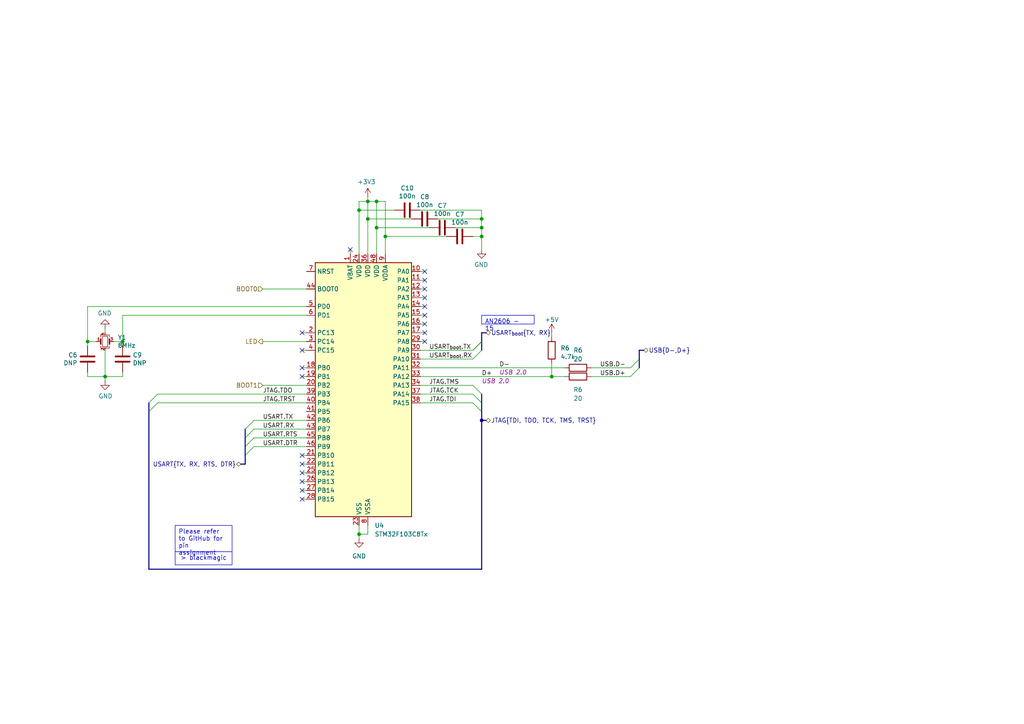
<source format=kicad_sch>
(kicad_sch (version 20230121) (generator eeschema)
  (paper "A4")
  (lib_symbols
    (symbol "Device:C" (pin_numbers hide) (pin_names (offset 0.254))
      (property "Reference" "C" (at 0.635 2.54 0))
      (property "Value" "C" (at 0.635 -2.54 0))
      (symbol "C_0_1"
        (polyline (pts (xy -2.032 -0.762) (xy 2.032 -0.762)) (stroke (width 0.508)))
        (polyline (pts (xy -2.032 0.762) (xy 2.032 0.762)) (stroke (width 0.508)))
      )
      (symbol "C_1_1"
        (pin passive line (at 0 3.81 270) (length 2.794) (name "~") (number "1"))
        (pin passive line (at 0 -3.81 90) (length 2.794) (name "~") (number "2"))
      )
    )
    (symbol "Device:Crystal_GND24_Small" (pin_names (offset 1.016) hide)
      (property "Reference" "Y" (at 1.27 4.445 0))
      (property "Value" "Crystal_GND24_Small" (at 1.27 2.54 0))
      (symbol "Crystal_GND24_Small_0_1"
        (rectangle (start -0.762 -1.524) (end 0.762 1.524))
        (polyline (pts (xy -1.27 -0.762) (xy -1.27 0.762)) (stroke (width 0.381)))
        (polyline (pts (xy 1.27 -0.762) (xy 1.27 0.762)) (stroke (width 0.381)))
        (polyline (pts (xy -1.27 -1.27) (xy -1.27 -1.905) (xy 1.27 -1.905) (xy 1.27 -1.27)))
        (polyline (pts (xy -1.27 1.27) (xy -1.27 1.905) (xy 1.27 1.905) (xy 1.27 1.27)))
      )
      (symbol "Crystal_GND24_Small_1_1"
        (pin passive line (at -2.54 0 0) (length 1.27) (name "1") (number "1"))
        (pin passive line (at 0 -2.54 90) (length 0.635) (name "2") (number "2"))
        (pin passive line (at 2.54 0 180) (length 1.27) (name "3") (number "3"))
        (pin passive line (at 0 2.54 270) (length 0.635) (name "4") (number "4"))
      )
    )
    (symbol "Device:R" (pin_numbers hide) (pin_names (offset 0))
      (property "Reference" "R" (at 2.032 0 90))
      (property "Value" "R" (at 0 0 90))
      (symbol "R_0_1"
        (rectangle (start -1.016 -2.54) (end 1.016 2.54) (stroke (width 0.254)))
      )
      (symbol "R_1_1"
        (pin passive line (at 0 3.81 270) (length 1.27) (name "~") (number "1"))
        (pin passive line (at 0 -3.81 90) (length 1.27) (name "~") (number "2"))
      )
    )
    (symbol "GND_1" (power) (pin_names (offset 0))
      (property "Value" "GND_1" (at 0 -3.81 0))
      (symbol "GND_1_0_1"
        (polyline (pts (xy 0 0) (xy 0 -1.27) (xy 1.27 -1.27) (xy 0 -2.54) (xy -1.27 -1.27) (xy 0 -1.27)))
      )
      (symbol "GND_1_1_1"
        (pin power_in line (at 0 0 270) (length 0) hide (name "GND") (number "1"))
      )
    )
    (symbol "MCU_ST_STM32F1:STM32F103C8Tx"
      (property "Reference" "U" (at -12.7 39.37 0))
      (property "Value" "STM32F103C8Tx" (at 10.16 39.37 0))
      (symbol "STM32F103C8Tx_0_1"
        (rectangle (start -12.7 -35.56) (end 15.24 38.1) (stroke (width 0.254)) (fill (type background)))
      )
      (symbol "STM32F103C8Tx_1_1"
        (pin power_in line (at -2.54 40.64 270) (length 2.54) (name "VBAT") (number "1"))
        (pin bidirectional line (at 17.78 35.56 180) (length 2.54) (name "PA0") (number "10"))
        (pin bidirectional line (at 17.78 33.02 180) (length 2.54) (name "PA1") (number "11"))
        (pin bidirectional line (at 17.78 30.48 180) (length 2.54) (name "PA2") (number "12"))
        (pin bidirectional line (at 17.78 27.94 180) (length 2.54) (name "PA3") (number "13"))
        (pin bidirectional line (at 17.78 25.4 180) (length 2.54) (name "PA4") (number "14"))
        (pin bidirectional line (at 17.78 22.86 180) (length 2.54) (name "PA5") (number "15"))
        (pin bidirectional line (at 17.78 20.32 180) (length 2.54) (name "PA6") (number "16"))
        (pin bidirectional line (at 17.78 17.78 180) (length 2.54) (name "PA7") (number "17"))
        (pin bidirectional line (at -15.24 7.62 0) (length 2.54) (name "PB0") (number "18"))
        (pin bidirectional line (at -15.24 5.08 0) (length 2.54) (name "PB1") (number "19"))
        (pin bidirectional line (at -15.24 17.78 0) (length 2.54) (name "PC13") (number "2"))
        (pin bidirectional line (at -15.24 2.54 0) (length 2.54) (name "PB2") (number "20"))
        (pin bidirectional line (at -15.24 -17.78 0) (length 2.54) (name "PB10") (number "21"))
        (pin bidirectional line (at -15.24 -20.32 0) (length 2.54) (name "PB11") (number "22"))
        (pin power_in line (at 0 -38.1 90) (length 2.54) (name "VSS") (number "23"))
        (pin power_in line (at 0 40.64 270) (length 2.54) (name "VDD") (number "24"))
        (pin bidirectional line (at -15.24 -22.86 0) (length 2.54) (name "PB12") (number "25"))
        (pin bidirectional line (at -15.24 -25.4 0) (length 2.54) (name "PB13") (number "26"))
        (pin bidirectional line (at -15.24 -27.94 0) (length 2.54) (name "PB14") (number "27"))
        (pin bidirectional line (at -15.24 -30.48 0) (length 2.54) (name "PB15") (number "28"))
        (pin bidirectional line (at 17.78 15.24 180) (length 2.54) (name "PA8") (number "29"))
        (pin bidirectional line (at -15.24 15.24 0) (length 2.54) (name "PC14") (number "3"))
        (pin bidirectional line (at 17.78 12.7 180) (length 2.54) (name "PA9") (number "30"))
        (pin bidirectional line (at 17.78 10.16 180) (length 2.54) (name "PA10") (number "31"))
        (pin bidirectional line (at 17.78 7.62 180) (length 2.54) (name "PA11") (number "32"))
        (pin bidirectional line (at 17.78 5.08 180) (length 2.54) (name "PA12") (number "33"))
        (pin bidirectional line (at 17.78 2.54 180) (length 2.54) (name "PA13") (number "34"))
        (pin passive line (at 0 -38.1 90) (length 2.54) hide (name "VSS") (number "35"))
        (pin power_in line (at 2.54 40.64 270) (length 2.54) (name "VDD") (number "36"))
        (pin bidirectional line (at 17.78 0 180) (length 2.54) (name "PA14") (number "37"))
        (pin bidirectional line (at 17.78 -2.54 180) (length 2.54) (name "PA15") (number "38"))
        (pin bidirectional line (at -15.24 0 0) (length 2.54) (name "PB3") (number "39"))
        (pin bidirectional line (at -15.24 12.7 0) (length 2.54) (name "PC15") (number "4"))
        (pin bidirectional line (at -15.24 -2.54 0) (length 2.54) (name "PB4") (number "40"))
        (pin bidirectional line (at -15.24 -5.08 0) (length 2.54) (name "PB5") (number "41"))
        (pin bidirectional line (at -15.24 -7.62 0) (length 2.54) (name "PB6") (number "42"))
        (pin bidirectional line (at -15.24 -10.16 0) (length 2.54) (name "PB7") (number "43"))
        (pin input line (at -15.24 30.48 0) (length 2.54) (name "BOOT0") (number "44"))
        (pin bidirectional line (at -15.24 -12.7 0) (length 2.54) (name "PB8") (number "45"))
        (pin bidirectional line (at -15.24 -15.24 0) (length 2.54) (name "PB9") (number "46"))
        (pin passive line (at 0 -38.1 90) (length 2.54) hide (name "VSS") (number "47"))
        (pin power_in line (at 5.08 40.64 270) (length 2.54) (name "VDD") (number "48"))
        (pin bidirectional line (at -15.24 25.4 0) (length 2.54) (name "PD0") (number "5"))
        (pin bidirectional line (at -15.24 22.86 0) (length 2.54) (name "PD1") (number "6"))
        (pin input line (at -15.24 35.56 0) (length 2.54) (name "NRST") (number "7"))
        (pin power_in line (at 2.54 -38.1 90) (length 2.54) (name "VSSA") (number "8"))
        (pin power_in line (at 7.62 40.64 270) (length 2.54) (name "VDDA") (number "9"))
      )
    )
    (symbol "power:+3V3" (power) (pin_names (offset 0))
      (property "Value" "+3V3" (at 0 3.556 0))
      (symbol "+3V3_0_1"
        (polyline (pts (xy -0.762 1.27) (xy 0 2.54)))
        (polyline (pts (xy 0 0) (xy 0 2.54)))
        (polyline (pts (xy 0 2.54) (xy 0.762 1.27)))
      )
      (symbol "+3V3_1_1"
        (pin power_in line (at 0 0 90) (length 0) hide (name "+3V3") (number "1"))
      )
    )
    (symbol "power:+5V" (power) (pin_names (offset 0))
      (property "Value" "+5V" (at 0 3.556 0))
      (symbol "+5V_0_1"
        (polyline (pts (xy -0.762 1.27) (xy 0 2.54)))
        (polyline (pts (xy 0 0) (xy 0 2.54)))
        (polyline (pts (xy 0 2.54) (xy 0.762 1.27)))
      )
      (symbol "+5V_1_1"
        (pin power_in line (at 0 0 90) (length 0) hide (name "+5V") (number "1"))
      )
    )
    (symbol "power:GND" (power) (pin_names (offset 0))
      (property "Value" "GND" (at 0 -3.81 0))
      (symbol "GND_0_1"
        (polyline (pts (xy 0 0) (xy 0 -1.27) (xy 1.27 -1.27) (xy 0 -2.54) (xy -1.27 -1.27) (xy 0 -1.27)))
      )
      (symbol "GND_1_1"
        (pin power_in line (at 0 0 270) (length 0) hide (name "GND") (number "1"))
      )
    )
  )
  (junction (at 109.22 66.04))
  (junction (at 160.02 109.22))
  (junction (at 139.7 121.92))
  (junction (at 106.68 63.5))
  (junction (at 104.14 60.96))
  (junction (at 104.14 154.94))
  (junction (at 111.76 68.58))
  (junction (at 30.48 109.22))
  (junction (at 139.7 68.58))
  (junction (at 25.4 99.06))
  (junction (at 106.68 58.42))
  (junction (at 139.7 63.5))
  (junction (at 35.56 99.06))
  (junction (at 109.22 58.42))
  (junction (at 139.7 66.04))
  (no_connect (at 123.19 93.98))
  (no_connect (at 87.63 137.16))
  (no_connect (at 123.19 78.74))
  (no_connect (at 123.19 91.44))
  (no_connect (at 87.63 101.6))
  (no_connect (at 123.19 86.36))
  (no_connect (at 123.19 99.06))
  (no_connect (at 123.19 88.9))
  (no_connect (at 123.19 81.28))
  (no_connect (at 123.19 83.82))
  (no_connect (at 123.19 96.52))
  (no_connect (at 87.63 139.7))
  (no_connect (at 87.63 142.24))
  (no_connect (at 101.6 72.39))
  (no_connect (at 87.63 144.78))
  (no_connect (at 87.63 106.68))
  (no_connect (at 87.63 134.62))
  (no_connect (at 87.63 96.52))
  (no_connect (at 87.63 132.08))
  (no_connect (at 87.63 109.22))
  (bus_entry (at 139.7 99.06) (size -2.54 2.54))
  (bus_entry (at 71.12 132.08) (size 2.54 -2.54))
  (bus_entry (at 185.42 104.14) (size -2.54 2.54))
  (bus_entry (at 43.18 116.84) (size 2.54 -2.54))
  (bus_entry (at 185.42 106.68) (size -2.54 2.54))
  (bus_entry (at 139.7 99.06) (size -2.54 2.54))
  (bus_entry (at 139.7 101.6) (size -2.54 2.54))
  (bus_entry (at 71.12 124.46) (size 2.54 -2.54))
  (bus_entry (at 71.12 129.54) (size 2.54 -2.54))
  (bus_entry (at 43.18 119.38) (size 2.54 -2.54))
  (bus_entry (at 71.12 127) (size 2.54 -2.54))
  (bus_entry (at 139.7 114.3) (size -2.54 -2.54))
  (bus_entry (at 139.7 116.84) (size -2.54 -2.54))
  (bus_entry (at 139.7 119.38) (size -2.54 -2.54))
  (wire (pts (xy 35.56 99.06) (xy 35.56 100.33)))
  (wire (pts (xy 25.4 107.95) (xy 25.4 109.22)))
  (wire (pts (xy 73.66 124.46) (xy 88.9 124.46)))
  (wire (pts (xy 73.66 127) (xy 88.9 127)))
  (wire (pts (xy 121.92 91.44) (xy 123.19 91.44)))
  (wire (pts (xy 104.14 60.96) (xy 114.3 60.96)))
  (wire (pts (xy 45.72 114.3) (xy 88.9 114.3)))
  (wire (pts (xy 106.68 63.5) (xy 119.38 63.5)))
  (wire (pts (xy 129.54 68.58) (xy 111.76 68.58)))
  (wire (pts (xy 160.02 96.52) (xy 160.02 97.79)))
  (wire (pts (xy 121.92 116.84) (xy 137.16 116.84)))
  (bus (pts (xy 139.7 96.52) (xy 139.7 99.06)))
  (wire (pts (xy 33.02 99.06) (xy 35.56 99.06)))
  (bus (pts (xy 140.97 96.52) (xy 139.7 96.52)))
  (wire (pts (xy 35.56 107.95) (xy 35.56 109.22)))
  (wire (pts (xy 171.45 109.22) (xy 182.88 109.22)))
  (wire (pts (xy 137.16 68.58) (xy 139.7 68.58)))
  (wire (pts (xy 30.48 110.49) (xy 30.48 109.22)))
  (wire (pts (xy 88.9 134.62) (xy 87.63 134.62)))
  (wire (pts (xy 121.92 78.74) (xy 123.19 78.74)))
  (wire (pts (xy 76.2 99.06) (xy 88.9 99.06)))
  (bus (pts (xy 69.85 134.62) (xy 71.12 134.62)))
  (bus (pts (xy 43.18 116.84) (xy 43.18 119.38)))
  (wire (pts (xy 88.9 142.24) (xy 87.63 142.24)))
  (wire (pts (xy 139.7 72.39) (xy 139.7 68.58)))
  (wire (pts (xy 121.92 86.36) (xy 123.19 86.36)))
  (bus (pts (xy 71.12 124.46) (xy 71.12 127)))
  (wire (pts (xy 88.9 137.16) (xy 87.63 137.16)))
  (wire (pts (xy 111.76 68.58) (xy 111.76 58.42)))
  (wire (pts (xy 25.4 88.9) (xy 88.9 88.9)))
  (wire (pts (xy 121.92 101.6) (xy 137.16 101.6)))
  (wire (pts (xy 109.22 58.42) (xy 106.68 58.42)))
  (bus (pts (xy 139.7 121.92) (xy 139.7 119.38)))
  (wire (pts (xy 121.92 93.98) (xy 123.19 93.98)))
  (wire (pts (xy 106.68 57.15) (xy 106.68 58.42)))
  (wire (pts (xy 127 63.5) (xy 139.7 63.5)))
  (wire (pts (xy 121.92 104.14) (xy 137.16 104.14)))
  (wire (pts (xy 171.45 106.68) (xy 182.88 106.68)))
  (wire (pts (xy 109.22 66.04) (xy 124.46 66.04)))
  (wire (pts (xy 76.2 111.76) (xy 88.9 111.76)))
  (wire (pts (xy 104.14 154.94) (xy 106.68 154.94)))
  (bus (pts (xy 71.12 132.08) (xy 71.12 134.62)))
  (wire (pts (xy 25.4 99.06) (xy 25.4 100.33)))
  (wire (pts (xy 121.92 114.3) (xy 137.16 114.3)))
  (wire (pts (xy 104.14 152.4) (xy 104.14 154.94)))
  (wire (pts (xy 73.66 121.92) (xy 88.9 121.92)))
  (wire (pts (xy 139.7 63.5) (xy 139.7 66.04)))
  (bus (pts (xy 71.12 129.54) (xy 71.12 132.08)))
  (bus (pts (xy 185.42 101.6) (xy 185.42 104.14)))
  (wire (pts (xy 88.9 109.22) (xy 87.63 109.22)))
  (wire (pts (xy 121.92 99.06) (xy 123.19 99.06)))
  (wire (pts (xy 45.72 116.84) (xy 88.9 116.84)))
  (wire (pts (xy 104.14 60.96) (xy 104.14 73.66)))
  (wire (pts (xy 109.22 66.04) (xy 109.22 73.66)))
  (bus (pts (xy 139.7 119.38) (xy 139.7 116.84)))
  (wire (pts (xy 88.9 139.7) (xy 87.63 139.7)))
  (bus (pts (xy 71.12 127) (xy 71.12 129.54)))
  (wire (pts (xy 121.92 96.52) (xy 123.19 96.52)))
  (wire (pts (xy 139.7 60.96) (xy 139.7 63.5)))
  (wire (pts (xy 106.68 154.94) (xy 106.68 152.4)))
  (wire (pts (xy 132.08 66.04) (xy 139.7 66.04)))
  (bus (pts (xy 185.42 104.14) (xy 185.42 106.68)))
  (bus (pts (xy 43.18 165.1) (xy 139.7 165.1)))
  (wire (pts (xy 88.9 144.78) (xy 87.63 144.78)))
  (wire (pts (xy 25.4 109.22) (xy 30.48 109.22)))
  (wire (pts (xy 121.92 111.76) (xy 137.16 111.76)))
  (wire (pts (xy 30.48 95.25) (xy 30.48 96.52)))
  (wire (pts (xy 106.68 63.5) (xy 106.68 58.42)))
  (bus (pts (xy 139.7 116.84) (xy 139.7 114.3)))
  (wire (pts (xy 111.76 58.42) (xy 109.22 58.42)))
  (wire (pts (xy 121.92 88.9) (xy 123.19 88.9)))
  (wire (pts (xy 121.92 60.96) (xy 139.7 60.96)))
  (wire (pts (xy 35.56 91.44) (xy 88.9 91.44)))
  (wire (pts (xy 76.2 83.82) (xy 88.9 83.82)))
  (wire (pts (xy 35.56 91.44) (xy 35.56 99.06)))
  (wire (pts (xy 25.4 88.9) (xy 25.4 99.06)))
  (wire (pts (xy 88.9 101.6) (xy 87.63 101.6)))
  (bus (pts (xy 186.69 101.6) (xy 185.42 101.6)))
  (wire (pts (xy 73.66 129.54) (xy 88.9 129.54)))
  (wire (pts (xy 30.48 109.22) (xy 35.56 109.22)))
  (wire (pts (xy 121.92 106.68) (xy 163.83 106.68)))
  (wire (pts (xy 139.7 68.58) (xy 139.7 66.04)))
  (wire (pts (xy 101.6 72.39) (xy 101.6 73.66)))
  (wire (pts (xy 25.4 99.06) (xy 27.94 99.06)))
  (wire (pts (xy 111.76 68.58) (xy 111.76 73.66)))
  (bus (pts (xy 140.97 121.92) (xy 139.7 121.92)))
  (bus (pts (xy 139.7 99.06) (xy 139.7 101.6)))
  (wire (pts (xy 30.48 109.22) (xy 30.48 101.6)))
  (wire (pts (xy 121.92 81.28) (xy 123.19 81.28)))
  (wire (pts (xy 121.92 109.22) (xy 160.02 109.22)))
  (wire (pts (xy 106.68 58.42) (xy 104.14 58.42)))
  (wire (pts (xy 88.9 106.68) (xy 87.63 106.68)))
  (wire (pts (xy 88.9 132.08) (xy 87.63 132.08)))
  (wire (pts (xy 104.14 58.42) (xy 104.14 60.96)))
  (wire (pts (xy 104.14 154.94) (xy 104.14 156.21)))
  (bus (pts (xy 139.7 165.1) (xy 139.7 121.92)))
  (wire (pts (xy 160.02 105.41) (xy 160.02 109.22)))
  (wire (pts (xy 106.68 63.5) (xy 106.68 73.66)))
  (wire (pts (xy 121.92 83.82) (xy 123.19 83.82)))
  (wire (pts (xy 109.22 66.04) (xy 109.22 58.42)))
  (wire (pts (xy 88.9 96.52) (xy 87.63 96.52)))
  (bus (pts (xy 43.18 165.1) (xy 43.18 119.38)))
  (wire (pts (xy 160.02 109.22) (xy 163.83 109.22)))
  (text_box "Please refer to GitHub for pin assignment" (at 50.8 152.4 0) (size 16.51 7.62) (effects (font (size 1.27 1.27)) (justify left top)))
  (text_box "> blackmagic" (at 50.8 160.02 0) (size 16.51 3.81) (effects (font (size 1.27 1.27)) (justify top)))
  (text_box "AN2606 - 15" (at 139.7 91.44 0) (size 15.24 2.54) (effects (font (size 1.27 1.27)) (justify left top)))
  (label "USB.D+" (at 173.99 109.22 0))
  (label "JTAG.TCK" (at 124.46 114.3 0))
  (label "USB.D-" (at 173.99 106.68 0))
  (label "D-" (at 144.78 106.68 0) (property "Netclass" "USB 2.0" (at 144.78 107.95 0) (effects (font italic) (justify left))))
  (label "USART_{boot}.TX" (at 124.46 101.6 0))
  (label "USART.TX" (at 76.2 121.92 0))
  (label "D+" (at 139.7 109.22 0) (property "Netclass" "USB 2.0" (at 139.7 110.49 0) (effects (font italic) (justify left))))
  (label "JTAG.TDO" (at 76.2 114.3 0))
  (label "USART.RTS" (at 76.2 127 0))
  (label "USART.DTR" (at 76.2 129.54 0))
  (label "JTAG.TRST" (at 76.2 116.84 0))
  (label "JTAG.TDI" (at 124.46 116.84 0))
  (label "USART_{boot}.RX" (at 124.46 104.14 0))
  (label "USART.RX" (at 76.2 124.46 0))
  (label "JTAG.TMS" (at 124.46 111.76 0))
  (hierarchical_label "LED" (shape output) (at 76.2 99.06 180))
  (hierarchical_label "JTAG{TDI, TDO, TCK, TMS, TRST}" (shape bidirectional) (at 140.97 121.92 0))
  (hierarchical_label "USB{D-,D+}" (shape bidirectional) (at 186.69 101.6 0))
  (hierarchical_label "USART_{boot}{TX, RX}" (shape bidirectional) (at 140.97 96.52 0))
  (hierarchical_label "BOOT0" (shape input) (at 76.2 83.82 180))
  (hierarchical_label "BOOT1" (shape input) (at 76.2 111.76 180))
  (hierarchical_label "USART{TX, RX, RTS, DTR}" (shape bidirectional) (at 69.85 134.62 180))
  (symbol (lib_id "Device:R") (at 160.02 101.6 180) (unit 1)
    (property "Reference" "R6" (at 162.56 100.965 0) (effects (justify right)))
    (property "Value" "4.7k" (at 162.56 103.505 0) (effects (justify right)))
    (property "Footprint" "Resistor_SMD:R_0402_1005Metric" (effects hide))
    (property "MPN" "RC0603FR-071K5L" (effects hide))
    (instances (project "rtl8762ckf-dev-board" (path "" (reference "R6") (unit 1)) (path "" (reference "R9") (unit 1))))
  )
  (symbol (lib_id "power:GND") (at 30.48 110.49 0) (unit 1)
    (property "Reference" "#U03" (effects hide))
    (property "Value" "GND" (at 30.607 114.8842 0))
    (instances (project "rtl8762ckf-dev-board" (path "" (reference "#U03") (unit 1)) (path "" (reference "#U011") (unit 1)) (path "" (reference "#U011") (unit 1))))
  )
  (symbol (lib_id "power:GND") (at 139.7 72.39 0) (mirror y) (unit 1)
    (property "Reference" "#U01" (effects hide))
    (property "Value" "GND" (at 139.573 76.7842 0))
    (instances (project "rtl8762ckf-dev-board" (path "" (reference "#U01") (unit 1)) (path "" (reference "#U012") (unit 1)) (path "" (reference "#U013") (unit 1))))
  )
  (symbol (lib_id "Device:C") (at 133.35 68.58 270) (mirror x) (unit 1)
    (property "Reference" "C7" (at 133.35 62.1792 90))
    (property "Value" "100n" (at 133.35 64.4906 90))
    (property "Footprint" "Capacitor_SMD:C_0402_1005Metric" (effects hide))
    (property "LCSC" "C83056" (effects hide))
    (instances (project "rtl8762ckf-dev-board" (path "" (reference "C7") (unit 1)) (path "" (reference "C27") (unit 1)) (path "" (reference "C27") (unit 1))))
  )
  (symbol (lib_id "Device:C") (at 25.4 104.14 0) (unit 1)
    (property "Reference" "C6" (at 22.479 102.9716 0) (effects (justify right)))
    (property "Value" "DNP" (at 22.479 105.283 0) (effects (justify right)))
    (property "Footprint" "Capacitor_SMD:C_0402_1005Metric" (effects hide))
    (property "LCSC" "DNP" (effects hide))
    (instances (project "rtl8762ckf-dev-board" (path "" (reference "C6") (unit 1)) (path "" (reference "C22") (unit 1)) (path "" (reference "C22") (unit 1))))
  )
  (symbol (lib_id "Device:Crystal_GND24_Small") (at 30.48 99.06 0) (unit 1)
    (property "Reference" "Y1" (at 34.1376 97.8916 0) (effects (justify left)))
    (property "Value" "8MHz" (at 34.1376 100.203 0) (effects (justify left)))
    (property "Footprint" "Crystal:Crystal_SMD_3225-4Pin_3.2x2.5mm" (effects hide))
    (property "Datasheet" "https://datasheet.lcsc.com/lcsc/1912111437_TAE-Zhejiang-Abel-Elec-TAXM8M4RDBCCT2T_C400090.pdf" (effects hide))
    (property "LCSC" "C400090" (effects hide))
    (instances (project "rtl8762ckf-dev-board" (path "" (reference "Y1") (unit 1)) (path "" (reference "Y2") (unit 1)) (path "" (reference "Y2") (unit 1))))
  )
  (symbol (lib_id "power:+5V") (at 160.02 96.52 0) (unit 1)
    (property "Reference" "#PWR019" (effects hide))
    (property "Value" "+5V" (at 160.02 92.71 0))
  )
  (symbol (lib_id "power:+3V3") (at 106.68 57.15 0) (mirror y) (unit 1)
    (property "Reference" "#U04" (effects hide))
    (property "Value" "+3V3" (at 106.299 52.7558 0))
    (instances (project "rtl8762ckf-dev-board" (path "" (reference "#U04") (unit 1)) (path "" (reference "#U013") (unit 1)) (path "" (reference "#U012") (unit 1))))
  )
  (symbol (lib_id "Device:R") (at 167.64 109.22 90) (unit 1)
    (property "Reference" "R6" (at 167.64 113.03 90))
    (property "Value" "20" (at 167.64 115.57 90))
    (property "Footprint" "Resistor_SMD:R_0402_1005Metric" (effects hide))
    (property "MPN" "RC0603FR-071K5L" (effects hide))
    (instances (project "rtl8762ckf-dev-board" (path "" (reference "R6") (unit 1)) (path "" (reference "R7") (unit 1))))
  )
  (symbol (lib_id "MCU_ST_STM32F1:STM32F103C8Tx") (at 104.14 114.3 0) (unit 1)
    (property "Reference" "U4" (at 108.6359 152.4 0) (effects (justify left)))
    (property "Value" "STM32F103C8Tx" (at 108.6359 154.94 0) (effects (justify left)))
    (property "Footprint" "Package_QFP:LQFP-48_7x7mm_P0.5mm" (effects hide))
    (property "Datasheet" "https://www.st.com/resource/en/datasheet/stm32f103c8.pdf" (effects hide))
  )
  (symbol (lib_id "Device:C") (at 128.27 66.04 270) (mirror x) (unit 1)
    (property "Reference" "C7" (at 128.27 59.6392 90))
    (property "Value" "100n" (at 128.27 61.9506 90))
    (property "Footprint" "Capacitor_SMD:C_0402_1005Metric" (effects hide))
    (property "LCSC" "C83056" (effects hide))
    (instances (project "rtl8762ckf-dev-board" (path "" (reference "C7") (unit 1)) (path "" (reference "C24") (unit 1)) (path "" (reference "C26") (unit 1))))
  )
  (symbol (lib_id "power:GND") (at 30.48 95.25 180) (unit 1)
    (property "Reference" "#U02" (effects hide))
    (property "Value" "GND" (at 30.353 90.8558 0))
    (instances (project "rtl8762ckf-dev-board" (path "" (reference "#U02") (unit 1)) (path "" (reference "#U010") (unit 1)) (path "" (reference "#U010") (unit 1))))
  )
  (symbol (lib_name "GND_1") (lib_id "power:GND") (at 104.14 156.21 0) (unit 1)
    (property "Reference" "#PWR024" (effects hide))
    (property "Value" "GND" (at 104.14 161.29 0))
  )
  (symbol (lib_id "Device:C") (at 35.56 104.14 0) (unit 1)
    (property "Reference" "C9" (at 38.481 102.9716 0) (effects (justify left)))
    (property "Value" "DNP" (at 38.481 105.283 0) (effects (justify left)))
    (property "Footprint" "Capacitor_SMD:C_0402_1005Metric" (effects hide))
    (property "LCSC" "DNP" (effects hide))
    (instances (project "rtl8762ckf-dev-board" (path "" (reference "C9") (unit 1)) (path "" (reference "C23") (unit 1)) (path "" (reference "C23") (unit 1))))
  )
  (symbol (lib_id "Device:C") (at 118.11 60.96 270) (mirror x) (unit 1)
    (property "Reference" "C10" (at 118.11 54.5592 90))
    (property "Value" "100n" (at 118.11 56.8706 90))
    (property "Footprint" "Capacitor_SMD:C_0402_1005Metric" (effects hide))
    (property "LCSC" "C83056" (effects hide))
    (instances (project "rtl8762ckf-dev-board" (path "" (reference "C10") (unit 1)) (path "" (reference "C26") (unit 1)) (path "" (reference "C24") (unit 1))))
  )
  (symbol (lib_id "Device:C") (at 123.19 63.5 270) (mirror x) (unit 1)
    (property "Reference" "C8" (at 123.19 57.0992 90))
    (property "Value" "100n" (at 123.19 59.4106 90))
    (property "Footprint" "Capacitor_SMD:C_0402_1005Metric" (effects hide))
    (property "LCSC" "C83056" (effects hide))
    (instances (project "rtl8762ckf-dev-board" (path "" (reference "C8") (unit 1)) (path "" (reference "C25") (unit 1)) (path "" (reference "C25") (unit 1))))
  )
  (symbol (lib_id "Device:R") (at 167.64 106.68 90) (unit 1)
    (property "Reference" "R6" (at 167.64 101.6 90))
    (property "Value" "20" (at 167.64 104.14 90))
    (property "Footprint" "Resistor_SMD:R_0402_1005Metric" (effects hide))
    (property "MPN" "RC0603FR-071K5L" (effects hide))
    (instances (project "rtl8762ckf-dev-board" (path "" (reference "R6") (unit 1)) (path "" (reference "R8") (unit 1))))
  )
)
</source>
